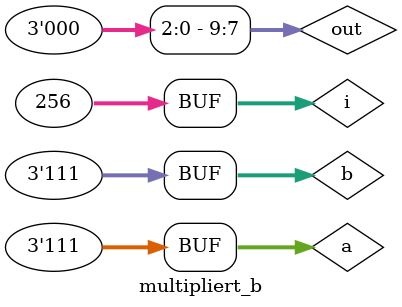
<source format=v>
module multiplier_3_bit_21BCE3546(a, b, out);
input [2:0] a;
input [2:0] b;
output [6:0] out;
assign out=(a*b);
endmodule
module multipliert_b;
reg [2:0] a;
reg [2:0] b;
wire [9:0] out;
integer i;
multiplier_3_bit_21BCE3546 uut (.a(a),.b(b),.out(out) );
initial
begin
$display("21BCE3546 - 3 bit (3X3) Multiplier output table ");
a<=0;b<=0;
$monitor("|a=%0d| b=%0d| out=%0d| ",a,b,out);
 for(i=0;i<256 ;i=i+1)
 begin
 {a,b} = i; #1;
 end
end
endmodule

</source>
